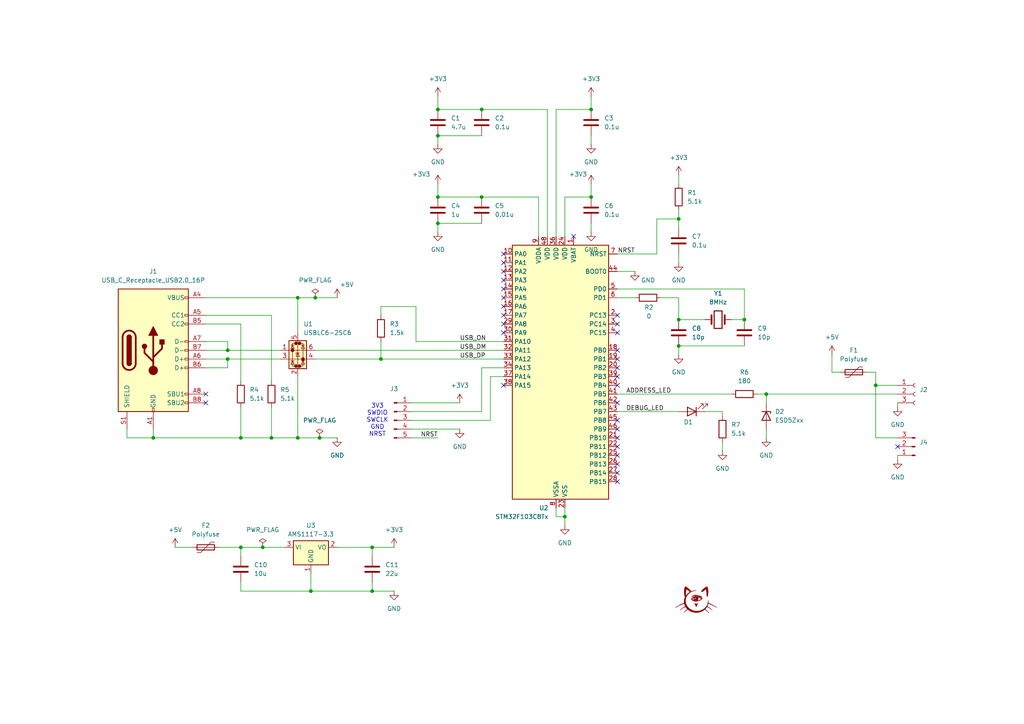
<source format=kicad_sch>
(kicad_sch (version 20231120) (generator "eeschema") (generator_version "8.0")
  (paper "A4")
  (title_block (title "Garland controller") (date "2025-02-09") (rev "0.1") (company "Yuri Volkov"))
  (lib_symbols
    (symbol "Connector:Conn_01x03_Pin" (pin_names (offset 1.016) hide)
      (property "Reference" "J" (at 0 5.08 0))
      (property "Value" "Conn_01x03_Pin" (at 0 -5.08 0))
      (symbol "Conn_01x03_Pin_1_1"
        (pin passive line (at 5.08 2.54 180) (length 3.81) (name "Pin_1") (number "1"))
        (pin passive line (at 5.08 0 180) (length 3.81) (name "Pin_2") (number "2"))
        (pin passive line (at 5.08 -2.54 180) (length 3.81) (name "Pin_3") (number "3"))
      )
    )
    (symbol "Connector:Conn_01x03_Socket" (pin_names (offset 1.016) hide)
      (property "Reference" "J" (at 0 5.08 0))
      (property "Value" "Conn_01x03_Socket" (at 0 -5.08 0))
      (symbol "Conn_01x03_Socket_1_1"
        (pin passive line (at -5.08 2.54 0) (length 3.81) (name "Pin_1") (number "1"))
        (pin passive line (at -5.08 0 0) (length 3.81) (name "Pin_2") (number "2"))
        (pin passive line (at -5.08 -2.54 0) (length 3.81) (name "Pin_3") (number "3"))
      )
    )
    (symbol "Connector:Conn_01x05_Pin" (pin_names (offset 1.016) hide)
      (property "Reference" "J" (at 0 7.62 0))
      (property "Value" "Conn_01x05_Pin" (at 0 -7.62 0))
      (symbol "Conn_01x05_Pin_1_1"
        (pin passive line (at 5.08 5.08 180) (length 3.81) (name "Pin_1") (number "1"))
        (pin passive line (at 5.08 2.54 180) (length 3.81) (name "Pin_2") (number "2"))
        (pin passive line (at 5.08 0 180) (length 3.81) (name "Pin_3") (number "3"))
        (pin passive line (at 5.08 -2.54 180) (length 3.81) (name "Pin_4") (number "4"))
        (pin passive line (at 5.08 -5.08 180) (length 3.81) (name "Pin_5") (number "5"))
      )
    )
    (symbol "Connector:USB_C_Receptacle_USB2.0_16P" (pin_names (offset 1.016))
      (property "Reference" "J" (at 0 22.225 0))
      (property "Value" "USB_C_Receptacle_USB2.0_16P" (at 0 19.685 0))
      (symbol "USB_C_Receptacle_USB2.0_16P_1_1"
        (pin passive line (at 0 -22.86 90) (length 5.08) (name "GND") (number "A1"))
        (pin passive line (at 0 -22.86 90) (length 5.08) hide (name "GND") (number "A12"))
        (pin passive line (at 15.24 15.24 180) (length 5.08) (name "VBUS") (number "A4"))
        (pin bidirectional line (at 15.24 10.16 180) (length 5.08) (name "CC1") (number "A5"))
        (pin bidirectional line (at 15.24 -2.54 180) (length 5.08) (name "D+") (number "A6"))
        (pin bidirectional line (at 15.24 2.54 180) (length 5.08) (name "D-") (number "A7"))
        (pin bidirectional line (at 15.24 -12.7 180) (length 5.08) (name "SBU1") (number "A8"))
        (pin passive line (at 15.24 15.24 180) (length 5.08) hide (name "VBUS") (number "A9"))
        (pin passive line (at 0 -22.86 90) (length 5.08) hide (name "GND") (number "B1"))
        (pin passive line (at 0 -22.86 90) (length 5.08) hide (name "GND") (number "B12"))
        (pin passive line (at 15.24 15.24 180) (length 5.08) hide (name "VBUS") (number "B4"))
        (pin bidirectional line (at 15.24 7.62 180) (length 5.08) (name "CC2") (number "B5"))
        (pin bidirectional line (at 15.24 -5.08 180) (length 5.08) (name "D+") (number "B6"))
        (pin bidirectional line (at 15.24 0 180) (length 5.08) (name "D-") (number "B7"))
        (pin bidirectional line (at 15.24 -15.24 180) (length 5.08) (name "SBU2") (number "B8"))
        (pin passive line (at 15.24 15.24 180) (length 5.08) hide (name "VBUS") (number "B9"))
        (pin passive line (at -7.62 -22.86 90) (length 5.08) (name "SHIELD") (number "S1"))
      )
    )
    (symbol "Device:C" (pin_numbers hide) (pin_names (offset 0.254))
      (property "Reference" "C" (at 0.635 2.54 0))
      (property "Value" "C" (at 0.635 -2.54 0))
      (symbol "C_1_1"
        (pin passive line (at 0 3.81 270) (length 2.794) (name "~") (number "1"))
        (pin passive line (at 0 -3.81 90) (length 2.794) (name "~") (number "2"))
      )
    )
    (symbol "Device:Crystal" (pin_numbers hide) (pin_names (offset 1.016) hide)
      (property "Reference" "Y" (at 0 3.81 0))
      (property "Value" "Crystal" (at 0 -3.81 0))
      (symbol "Crystal_1_1"
        (pin passive line (at -3.81 0 0) (length 1.27) (name "1") (number "1"))
        (pin passive line (at 3.81 0 180) (length 1.27) (name "2") (number "2"))
      )
    )
    (symbol "Device:LED" (pin_numbers hide) (pin_names (offset 1.016) hide)
      (property "Reference" "D" (at 0 2.54 0))
      (property "Value" "LED" (at 0 -2.54 0))
      (symbol "LED_1_1"
        (pin passive line (at -3.81 0 0) (length 2.54) (name "K") (number "1"))
        (pin passive line (at 3.81 0 180) (length 2.54) (name "A") (number "2"))
      )
    )
    (symbol "Device:Polyfuse" (pin_numbers hide) (pin_names (offset 0))
      (property "Reference" "F" (at -2.54 0 90))
      (property "Value" "Polyfuse" (at 2.54 0 90))
      (symbol "Polyfuse_1_1"
        (pin passive line (at 0 3.81 270) (length 1.27) (name "~") (number "1"))
        (pin passive line (at 0 -3.81 90) (length 1.27) (name "~") (number "2"))
      )
    )
    (symbol "Device:R" (pin_numbers hide) (pin_names (offset 0))
      (property "Reference" "R" (at 2.032 0 90))
      (property "Value" "R" (at 0 0 90))
      (symbol "R_1_1"
        (pin passive line (at 0 3.81 270) (length 1.27) (name "~") (number "1"))
        (pin passive line (at 0 -3.81 90) (length 1.27) (name "~") (number "2"))
      )
    )
    (symbol "Diode:ESD5Zxx" (pin_numbers hide) (pin_names hide)
      (property "Reference" "D" (at 0 2.54 0))
      (property "Value" "ESD5Zxx" (at 0 -2.54 0))
      (symbol "ESD5Zxx_1_1"
        (pin passive line (at -3.81 0 0) (length 2.54) (name "K") (number "1"))
        (pin passive line (at 3.81 0 180) (length 2.54) (name "A") (number "2"))
      )
    )
    (symbol "MCU_ST_STM32F1:STM32F103C8Tx"
      (property "Reference" "U" (at -12.7 39.37 0))
      (property "Value" "STM32F103C8Tx" (at 10.16 39.37 0))
      (symbol "STM32F103C8Tx_1_1"
        (pin power_in line (at -2.54 40.64 270) (length 2.54) (name "VBAT") (number "1"))
        (pin bidirectional line (at 17.78 35.56 180) (length 2.54) (name "PA0") (number "10"))
        (pin bidirectional line (at 17.78 33.02 180) (length 2.54) (name "PA1") (number "11"))
        (pin bidirectional line (at 17.78 30.48 180) (length 2.54) (name "PA2") (number "12"))
        (pin bidirectional line (at 17.78 27.94 180) (length 2.54) (name "PA3") (number "13"))
        (pin bidirectional line (at 17.78 25.4 180) (length 2.54) (name "PA4") (number "14"))
        (pin bidirectional line (at 17.78 22.86 180) (length 2.54) (name "PA5") (number "15"))
        (pin bidirectional line (at 17.78 20.32 180) (length 2.54) (name "PA6") (number "16"))
        (pin bidirectional line (at 17.78 17.78 180) (length 2.54) (name "PA7") (number "17"))
        (pin bidirectional line (at -15.24 7.62 0) (length 2.54) (name "PB0") (number "18"))
        (pin bidirectional line (at -15.24 5.08 0) (length 2.54) (name "PB1") (number "19"))
        (pin bidirectional line (at -15.24 17.78 0) (length 2.54) (name "PC13") (number "2"))
        (pin bidirectional line (at -15.24 2.54 0) (length 2.54) (name "PB2") (number "20"))
        (pin bidirectional line (at -15.24 -17.78 0) (length 2.54) (name "PB10") (number "21"))
        (pin bidirectional line (at -15.24 -20.32 0) (length 2.54) (name "PB11") (number "22"))
        (pin power_in line (at 0 -38.1 90) (length 2.54) (name "VSS") (number "23"))
        (pin power_in line (at 0 40.64 270) (length 2.54) (name "VDD") (number "24"))
        (pin bidirectional line (at -15.24 -22.86 0) (length 2.54) (name "PB12") (number "25"))
        (pin bidirectional line (at -15.24 -25.4 0) (length 2.54) (name "PB13") (number "26"))
        (pin bidirectional line (at -15.24 -27.94 0) (length 2.54) (name "PB14") (number "27"))
        (pin bidirectional line (at -15.24 -30.48 0) (length 2.54) (name "PB15") (number "28"))
        (pin bidirectional line (at 17.78 15.24 180) (length 2.54) (name "PA8") (number "29"))
        (pin bidirectional line (at -15.24 15.24 0) (length 2.54) (name "PC14") (number "3"))
        (pin bidirectional line (at 17.78 12.7 180) (length 2.54) (name "PA9") (number "30"))
        (pin bidirectional line (at 17.78 10.16 180) (length 2.54) (name "PA10") (number "31"))
        (pin bidirectional line (at 17.78 7.62 180) (length 2.54) (name "PA11") (number "32"))
        (pin bidirectional line (at 17.78 5.08 180) (length 2.54) (name "PA12") (number "33"))
        (pin bidirectional line (at 17.78 2.54 180) (length 2.54) (name "PA13") (number "34"))
        (pin passive line (at 0 -38.1 90) (length 2.54) hide (name "VSS") (number "35"))
        (pin power_in line (at 2.54 40.64 270) (length 2.54) (name "VDD") (number "36"))
        (pin bidirectional line (at 17.78 0 180) (length 2.54) (name "PA14") (number "37"))
        (pin bidirectional line (at 17.78 -2.54 180) (length 2.54) (name "PA15") (number "38"))
        (pin bidirectional line (at -15.24 0 0) (length 2.54) (name "PB3") (number "39"))
        (pin bidirectional line (at -15.24 12.7 0) (length 2.54) (name "PC15") (number "4"))
        (pin bidirectional line (at -15.24 -2.54 0) (length 2.54) (name "PB4") (number "40"))
        (pin bidirectional line (at -15.24 -5.08 0) (length 2.54) (name "PB5") (number "41"))
        (pin bidirectional line (at -15.24 -7.62 0) (length 2.54) (name "PB6") (number "42"))
        (pin bidirectional line (at -15.24 -10.16 0) (length 2.54) (name "PB7") (number "43"))
        (pin input line (at -15.24 30.48 0) (length 2.54) (name "BOOT0") (number "44"))
        (pin bidirectional line (at -15.24 -12.7 0) (length 2.54) (name "PB8") (number "45"))
        (pin bidirectional line (at -15.24 -15.24 0) (length 2.54) (name "PB9") (number "46"))
        (pin passive line (at 0 -38.1 90) (length 2.54) hide (name "VSS") (number "47"))
        (pin power_in line (at 5.08 40.64 270) (length 2.54) (name "VDD") (number "48"))
        (pin bidirectional line (at -15.24 25.4 0) (length 2.54) (name "PD0") (number "5"))
        (pin bidirectional line (at -15.24 22.86 0) (length 2.54) (name "PD1") (number "6"))
        (pin input line (at -15.24 35.56 0) (length 2.54) (name "NRST") (number "7"))
        (pin power_in line (at 2.54 -38.1 90) (length 2.54) (name "VSSA") (number "8"))
        (pin power_in line (at 7.62 40.64 270) (length 2.54) (name "VDDA") (number "9"))
      )
    )
    (symbol "Power_Protection:USBLC6-2SC6" (pin_names hide)
      (property "Reference" "U" (at 0.635 5.715 0))
      (property "Value" "USBLC6-2SC6" (at 0.635 3.81 0))
      (symbol "USBLC6-2SC6_1_1"
        (pin passive line (at -5.08 0 0) (length 2.54) (name "I/O1") (number "1"))
        (pin passive line (at 0 -7.62 90) (length 2.54) (name "GND") (number "2"))
        (pin passive line (at -5.08 -2.54 0) (length 2.54) (name "I/O2") (number "3"))
        (pin passive line (at 5.08 -2.54 180) (length 2.54) (name "I/O2") (number "4"))
        (pin passive line (at 0 5.08 270) (length 2.54) (name "VBUS") (number "5"))
        (pin passive line (at 5.08 0 180) (length 2.54) (name "I/O1") (number "6"))
      )
    )
    (symbol "Regulator_Linear:AMS1117-3.3"
      (property "Reference" "U" (at -3.81 3.175 0))
      (property "Value" "AMS1117-3.3" (at 0 3.175 0))
      (symbol "AMS1117-3.3_1_1"
        (pin power_in line (at 0 -7.62 90) (length 2.54) (name "GND") (number "1"))
        (pin power_out line (at 7.62 0 180) (length 2.54) (name "VO") (number "2"))
        (pin power_in line (at -7.62 0 0) (length 2.54) (name "VI") (number "3"))
      )
    )
    (symbol "power:+3V3" (power) (pin_numbers hide) (pin_names (offset 0) hide)
      (property "Value" "+3V3" (at 0 3.556 0))
      (symbol "+3V3_1_1"
        (pin power_in line (at 0 0 90) (length 0) (name "~") (number "1"))
      )
    )
    (symbol "power:+5V" (power) (pin_numbers hide) (pin_names (offset 0) hide)
      (property "Value" "+5V" (at 0 3.556 0))
      (symbol "+5V_1_1"
        (pin power_in line (at 0 0 90) (length 0) (name "~") (number "1"))
      )
    )
    (symbol "power:GND" (power) (pin_numbers hide) (pin_names (offset 0) hide)
      (property "Value" "GND" (at 0 -3.81 0))
      (symbol "GND_1_1"
        (pin power_in line (at 0 0 270) (length 0) (name "~") (number "1"))
      )
    )
    (symbol "power:PWR_FLAG" (power) (pin_numbers hide) (pin_names (offset 0) hide)
      (property "Value" "PWR_FLAG" (at 0 3.81 0))
      (symbol "PWR_FLAG_0_0"
        (pin power_out line (at 0 0 90) (length 0) (name "~") (number "1"))
      )
    )
    (symbol "project:stamp" (pin_names (offset 1.016)))
  )
  (junction (at 66.04 104.14))
  (junction (at 127 39.37))
  (junction (at 110.49 104.14))
  (junction (at 196.85 100.33))
  (junction (at 92.71 127))
  (junction (at 107.95 158.75))
  (junction (at 86.36 127))
  (junction (at 90.17 171.45))
  (junction (at 171.45 57.15))
  (junction (at 215.9 92.71))
  (junction (at 127 57.15))
  (junction (at 196.85 63.5))
  (junction (at 254 111.76))
  (junction (at 44.45 127))
  (junction (at 139.7 57.15))
  (junction (at 222.25 114.3))
  (junction (at 127 31.75))
  (junction (at 163.83 149.86))
  (junction (at 127 64.77))
  (junction (at 171.45 31.75))
  (junction (at 69.85 158.75))
  (junction (at 86.36 86.36))
  (junction (at 66.04 101.6))
  (junction (at 139.7 31.75))
  (junction (at 76.2 158.75))
  (junction (at 107.95 171.45))
  (junction (at 196.85 92.71))
  (junction (at 78.74 127))
  (junction (at 69.85 127))
  (junction (at 91.44 86.36))
  (no_connect (at 179.07 116.84))
  (no_connect (at 179.07 137.16))
  (no_connect (at 179.07 127))
  (no_connect (at 179.07 124.46))
  (no_connect (at 146.05 86.36))
  (no_connect (at 146.05 83.82))
  (no_connect (at 146.05 78.74))
  (no_connect (at 179.07 109.22))
  (no_connect (at 260.35 129.54))
  (no_connect (at 146.05 73.66))
  (no_connect (at 146.05 76.2))
  (no_connect (at 59.69 114.3))
  (no_connect (at 59.69 116.84))
  (no_connect (at 179.07 132.08))
  (no_connect (at 179.07 91.44))
  (no_connect (at 179.07 129.54))
  (no_connect (at 179.07 106.68))
  (no_connect (at 179.07 101.6))
  (no_connect (at 179.07 121.92))
  (no_connect (at 146.05 81.28))
  (no_connect (at 179.07 139.7))
  (no_connect (at 146.05 88.9))
  (no_connect (at 146.05 111.76))
  (no_connect (at 146.05 91.44))
  (no_connect (at 179.07 104.14))
  (no_connect (at 179.07 93.98))
  (no_connect (at 146.05 96.52))
  (no_connect (at 179.07 96.52))
  (no_connect (at 179.07 111.76))
  (no_connect (at 179.07 134.62))
  (no_connect (at 166.37 68.58))
  (no_connect (at 146.05 93.98))
  (wire (pts (xy 190.5 63.5) (xy 196.85 63.5)))
  (wire (pts (xy 36.83 127) (xy 44.45 127)))
  (wire (pts (xy 171.45 27.94) (xy 171.45 31.75)))
  (wire (pts (xy 196.85 63.5) (xy 196.85 66.04)))
  (wire (pts (xy 59.69 101.6) (xy 66.04 101.6)))
  (wire (pts (xy 69.85 118.11) (xy 69.85 127)))
  (wire (pts (xy 209.55 128.27) (xy 209.55 130.81)))
  (wire (pts (xy 59.69 104.14) (xy 66.04 104.14)))
  (wire (pts (xy 209.55 119.38) (xy 209.55 120.65)))
  (wire (pts (xy 171.45 53.34) (xy 171.45 57.15)))
  (wire (pts (xy 179.07 114.3) (xy 212.09 114.3)))
  (wire (pts (xy 196.85 100.33) (xy 215.9 100.33)))
  (wire (pts (xy 196.85 100.33) (xy 196.85 102.87)))
  (wire (pts (xy 44.45 124.46) (xy 44.45 127)))
  (wire (pts (xy 119.38 119.38) (xy 139.7 119.38)))
  (wire (pts (xy 107.95 168.91) (xy 107.95 171.45)))
  (wire (pts (xy 86.36 86.36) (xy 91.44 86.36)))
  (wire (pts (xy 69.85 161.29) (xy 69.85 158.75)))
  (wire (pts (xy 69.85 171.45) (xy 90.17 171.45)))
  (wire (pts (xy 142.24 121.92) (xy 142.24 109.22)))
  (wire (pts (xy 161.29 149.86) (xy 163.83 149.86)))
  (wire (pts (xy 163.83 57.15) (xy 171.45 57.15)))
  (wire (pts (xy 69.85 127) (xy 78.74 127)))
  (wire (pts (xy 212.09 92.71) (xy 215.9 92.71)))
  (wire (pts (xy 97.79 86.36) (xy 91.44 86.36)))
  (wire (pts (xy 222.25 124.46) (xy 222.25 127)))
  (wire (pts (xy 97.79 158.75) (xy 107.95 158.75)))
  (wire (pts (xy 78.74 118.11) (xy 78.74 127)))
  (wire (pts (xy 86.36 127) (xy 92.71 127)))
  (wire (pts (xy 120.65 88.9) (xy 120.65 99.06)))
  (wire (pts (xy 161.29 68.58) (xy 161.29 31.75)))
  (wire (pts (xy 254 111.76) (xy 260.35 111.76)))
  (wire (pts (xy 161.29 147.32) (xy 161.29 149.86)))
  (wire (pts (xy 163.83 149.86) (xy 163.83 152.4)))
  (wire (pts (xy 179.07 119.38) (xy 196.85 119.38)))
  (wire (pts (xy 127 64.77) (xy 127 67.31)))
  (wire (pts (xy 190.5 73.66) (xy 190.5 63.5)))
  (wire (pts (xy 191.77 86.36) (xy 196.85 86.36)))
  (wire (pts (xy 66.04 101.6) (xy 81.28 101.6)))
  (wire (pts (xy 241.3 102.87) (xy 241.3 107.95)))
  (wire (pts (xy 90.17 171.45) (xy 107.95 171.45)))
  (wire (pts (xy 260.35 132.08) (xy 260.35 133.35)))
  (wire (pts (xy 139.7 106.68) (xy 146.05 106.68)))
  (wire (pts (xy 69.85 168.91) (xy 69.85 171.45)))
  (wire (pts (xy 110.49 99.06) (xy 110.49 104.14)))
  (wire (pts (xy 36.83 124.46) (xy 36.83 127)))
  (wire (pts (xy 179.07 83.82) (xy 215.9 83.82)))
  (wire (pts (xy 119.38 127) (xy 127 127)))
  (wire (pts (xy 163.83 147.32) (xy 163.83 149.86)))
  (wire (pts (xy 78.74 91.44) (xy 78.74 110.49)))
  (wire (pts (xy 50.8 158.75) (xy 55.88 158.75)))
  (wire (pts (xy 92.71 127) (xy 97.79 127)))
  (wire (pts (xy 219.71 114.3) (xy 222.25 114.3)))
  (wire (pts (xy 120.65 99.06) (xy 146.05 99.06)))
  (wire (pts (xy 69.85 93.98) (xy 69.85 110.49)))
  (wire (pts (xy 76.2 158.75) (xy 82.55 158.75)))
  (wire (pts (xy 215.9 83.82) (xy 215.9 92.71)))
  (wire (pts (xy 254 111.76) (xy 254 127)))
  (wire (pts (xy 196.85 50.8) (xy 196.85 53.34)))
  (wire (pts (xy 179.07 78.74) (xy 184.15 78.74)))
  (wire (pts (xy 119.38 116.84) (xy 133.35 116.84)))
  (wire (pts (xy 163.83 68.58) (xy 163.83 57.15)))
  (wire (pts (xy 127 39.37) (xy 139.7 39.37)))
  (wire (pts (xy 127 64.77) (xy 139.7 64.77)))
  (wire (pts (xy 66.04 104.14) (xy 81.28 104.14)))
  (wire (pts (xy 196.85 60.96) (xy 196.85 63.5)))
  (wire (pts (xy 179.07 86.36) (xy 184.15 86.36)))
  (wire (pts (xy 110.49 104.14) (xy 146.05 104.14)))
  (wire (pts (xy 158.75 68.58) (xy 158.75 31.75)))
  (wire (pts (xy 78.74 127) (xy 86.36 127)))
  (wire (pts (xy 196.85 86.36) (xy 196.85 92.71)))
  (wire (pts (xy 260.35 116.84) (xy 260.35 118.11)))
  (wire (pts (xy 179.07 73.66) (xy 190.5 73.66)))
  (wire (pts (xy 222.25 114.3) (xy 260.35 114.3)))
  (wire (pts (xy 59.69 86.36) (xy 86.36 86.36)))
  (wire (pts (xy 86.36 109.22) (xy 86.36 127)))
  (wire (pts (xy 66.04 106.68) (xy 66.04 104.14)))
  (wire (pts (xy 86.36 86.36) (xy 86.36 96.52)))
  (wire (pts (xy 142.24 109.22) (xy 146.05 109.22)))
  (wire (pts (xy 127 31.75) (xy 139.7 31.75)))
  (wire (pts (xy 119.38 121.92) (xy 142.24 121.92)))
  (wire (pts (xy 156.21 68.58) (xy 156.21 57.15)))
  (wire (pts (xy 107.95 158.75) (xy 114.3 158.75)))
  (wire (pts (xy 110.49 91.44) (xy 110.49 88.9)))
  (wire (pts (xy 171.45 64.77) (xy 171.45 67.31)))
  (wire (pts (xy 59.69 93.98) (xy 69.85 93.98)))
  (wire (pts (xy 127 57.15) (xy 139.7 57.15)))
  (wire (pts (xy 59.69 91.44) (xy 78.74 91.44)))
  (wire (pts (xy 66.04 99.06) (xy 66.04 101.6)))
  (wire (pts (xy 63.5 158.75) (xy 69.85 158.75)))
  (wire (pts (xy 196.85 92.71) (xy 204.47 92.71)))
  (wire (pts (xy 196.85 73.66) (xy 196.85 76.2)))
  (wire (pts (xy 241.3 107.95) (xy 243.84 107.95)))
  (wire (pts (xy 44.45 127) (xy 69.85 127)))
  (wire (pts (xy 127 53.34) (xy 127 57.15)))
  (wire (pts (xy 254 127) (xy 260.35 127)))
  (wire (pts (xy 91.44 104.14) (xy 110.49 104.14)))
  (wire (pts (xy 91.44 101.6) (xy 146.05 101.6)))
  (wire (pts (xy 156.21 57.15) (xy 139.7 57.15)))
  (wire (pts (xy 171.45 39.37) (xy 171.45 41.91)))
  (wire (pts (xy 119.38 124.46) (xy 133.35 124.46)))
  (wire (pts (xy 161.29 31.75) (xy 171.45 31.75)))
  (wire (pts (xy 127 27.94) (xy 127 31.75)))
  (wire (pts (xy 127 39.37) (xy 127 41.91)))
  (wire (pts (xy 254 107.95) (xy 254 111.76)))
  (wire (pts (xy 69.85 158.75) (xy 76.2 158.75)))
  (wire (pts (xy 107.95 171.45) (xy 114.3 171.45)))
  (wire (pts (xy 110.49 88.9) (xy 120.65 88.9)))
  (wire (pts (xy 59.69 99.06) (xy 66.04 99.06)))
  (wire (pts (xy 222.25 114.3) (xy 222.25 116.84)))
  (wire (pts (xy 139.7 119.38) (xy 139.7 106.68)))
  (wire (pts (xy 107.95 161.29) (xy 107.95 158.75)))
  (wire (pts (xy 251.46 107.95) (xy 254 107.95)))
  (wire (pts (xy 59.69 106.68) (xy 66.04 106.68)))
  (wire (pts (xy 90.17 166.37) (xy 90.17 171.45)))
  (wire (pts (xy 204.47 119.38) (xy 209.55 119.38)))
  (wire (pts (xy 158.75 31.75) (xy 139.7 31.75)))
  (text "3V3\nSWDIO\nSWCLK\nGND\nNRST" (at 109.474 121.92 0) (effects (font (size 1.27 1.27))))
  (label "USB_DP" (at 133.35 104.14 0))
  (label "USB_ON" (at 133.35 99.06 0))
  (label "DEBUG_LED" (at 181.61 119.38 0))
  (label "USB_DM" (at 133.35 101.6 0))
  (label "NRST" (at 127 127 180))
  (label "ADDRESS_LED" (at 181.61 114.3 0))
  (label "NRST" (at 184.15 73.66 180))
  (symbol (lib_id "Connector:Conn_01x03_Pin") (at 265.43 129.54 180) (unit 1)
    (property "Reference" "J4" (at 266.7 128.2699 0) (effects (justify right)))
    (property "Value" "Conn_01x03_Pin" (effects (hide yes)))
    (property "Description" "Generic connector, single row, 01x03, script generated" (effects (hide yes)))
  )
  (symbol (lib_id "power:GND") (at 209.55 130.81 0) (unit 1)
    (property "Reference" "#PWR020" (effects (hide yes)))
    (property "Value" "GND" (at 209.55 135.89 0))
    (property "Description" "Power symbol creates a global label with name \"GND\" , ground" (effects (hide yes)))
  )
  (symbol (lib_id "power:GND") (at 133.35 124.46 0) (unit 1)
    (property "Reference" "#PWR017" (effects (hide yes)))
    (property "Value" "GND" (at 133.35 129.54 0))
    (property "Description" "Power symbol creates a global label with name \"GND\" , ground" (effects (hide yes)))
  )
  (symbol (lib_id "power:+3V3") (at 171.45 27.94 0) (unit 1)
    (property "Reference" "#PWR02" (effects (hide yes)))
    (property "Value" "+3V3" (at 171.45 22.86 0))
    (property "Description" "Power symbol creates a global label with name \"+3V3\"" (effects (hide yes)))
  )
  (symbol (lib_id "Device:C") (at 196.85 69.85 0) (unit 1)
    (property "Reference" "C7" (at 200.66 68.5799 0) (effects (justify left)))
    (property "Value" "0.1u" (at 200.66 71.1199 0) (effects (justify left)))
    (property "Description" "Unpolarized capacitor" (effects (hide yes)))
  )
  (symbol (lib_id "Connector:Conn_01x03_Socket") (at 265.43 114.3 0) (unit 1)
    (property "Reference" "J2" (at 266.7 113.0299 0) (effects (justify left)))
    (property "Value" "Conn_01x03_Socket" (effects (hide yes)))
    (property "Description" "Generic connector, single row, 01x03, script generated" (effects (hide yes)))
  )
  (symbol (lib_id "Connector:Conn_01x05_Pin") (at 114.3 121.92 0) (unit 1)
    (property "Reference" "J3" (at 114.3 112.776 0))
    (property "Value" "Conn_01x05_Pin" (effects (hide yes)))
    (property "Description" "Generic connector, single row, 01x05, script generated" (effects (hide yes)))
  )
  (symbol (lib_id "power:PWR_FLAG") (at 91.44 86.36 0) (unit 1)
    (property "Reference" "#FLG02" (effects (hide yes)))
    (property "Value" "PWR_FLAG" (at 91.44 81.28 0))
    (property "Description" "Special symbol for telling ERC where power comes from" (effects (hide yes)))
  )
  (symbol (lib_id "power:GND") (at 196.85 102.87 0) (unit 1)
    (property "Reference" "#PWR013" (effects (hide yes)))
    (property "Value" "GND" (at 196.85 107.95 0))
    (property "Description" "Power symbol creates a global label with name \"GND\" , ground" (effects (hide yes)))
  )
  (symbol (lib_id "power:PWR_FLAG") (at 92.71 127 0) (unit 1)
    (property "Reference" "#FLG03" (effects (hide yes)))
    (property "Value" "PWR_FLAG" (at 92.71 121.92 0))
    (property "Description" "Special symbol for telling ERC where power comes from" (effects (hide yes)))
  )
  (symbol (lib_id "Device:C") (at 127 60.96 0) (unit 1)
    (property "Reference" "C4" (at 130.81 59.6899 0) (effects (justify left)))
    (property "Value" "1u" (at 130.81 62.2299 0) (effects (justify left)))
    (property "Description" "Unpolarized capacitor" (effects (hide yes)))
  )
  (symbol (lib_id "power:GND") (at 171.45 67.31 0) (unit 1)
    (property "Reference" "#PWR09" (effects (hide yes)))
    (property "Value" "GND" (at 171.45 72.39 0))
    (property "Description" "Power symbol creates a global label with name \"GND\" , ground" (effects (hide yes)))
  )
  (symbol (lib_id "Power_Protection:USBLC6-2SC6") (at 86.36 101.6 0) (unit 1)
    (property "Reference" "U1" (at 88.0111 93.98 0) (effects (justify left)))
    (property "Value" "USBLC6-2SC6" (at 88.0111 96.52 0) (effects (justify left)))
    (property "Footprint" "Package_TO_SOT_SMD:SOT-23-6" (effects (hide yes)))
    (property "Datasheet" "https://www.st.com/resource/en/datasheet/usblc6-2.pdf" (effects (hide yes)))
    (property "Description" "Very low capacitance ESD protection diode, 2 data-line, SOT-23-6" (effects (hide yes)))
  )
  (symbol (lib_id "Device:Crystal") (at 208.28 92.71 0) (unit 1)
    (property "Reference" "Y1" (at 208.28 85.09 0))
    (property "Value" "8MHz" (at 208.28 87.63 0))
    (property "Description" "Two pin crystal" (effects (hide yes)))
  )
  (symbol (lib_id "power:+5V") (at 241.3 102.87 0) (unit 1)
    (property "Reference" "#PWR014" (effects (hide yes)))
    (property "Value" "+5V" (at 241.3 97.79 0))
    (property "Description" "Power symbol creates a global label with name \"+5V\"" (effects (hide yes)))
  )
  (symbol (lib_id "power:GND") (at 127 41.91 0) (unit 1)
    (property "Reference" "#PWR03" (effects (hide yes)))
    (property "Value" "GND" (at 127 46.99 0))
    (property "Description" "Power symbol creates a global label with name \"GND\" , ground" (effects (hide yes)))
  )
  (symbol (lib_id "power:+3V3") (at 171.45 53.34 0) (unit 1)
    (property "Reference" "#PWR07" (effects (hide yes)))
    (property "Value" "+3V3" (at 167.64 50.546 0))
    (property "Description" "Power symbol creates a global label with name \"+3V3\"" (effects (hide yes)))
  )
  (symbol (lib_id "power:GND") (at 114.3 171.45 0) (unit 1)
    (property "Reference" "#PWR025" (effects (hide yes)))
    (property "Value" "GND" (at 114.3 176.53 0))
    (property "Description" "Power symbol creates a global label with name \"GND\" , ground" (effects (hide yes)))
  )
  (symbol (lib_id "power:GND") (at 171.45 41.91 0) (unit 1)
    (property "Reference" "#PWR04" (effects (hide yes)))
    (property "Value" "GND" (at 171.45 46.99 0))
    (property "Description" "Power symbol creates a global label with name \"GND\" , ground" (effects (hide yes)))
  )
  (symbol (lib_id "Device:C") (at 127 35.56 0) (unit 1)
    (property "Reference" "C1" (at 130.81 34.2899 0) (effects (justify left)))
    (property "Value" "4.7u" (at 130.81 36.8299 0) (effects (justify left)))
    (property "Description" "Unpolarized capacitor" (effects (hide yes)))
  )
  (symbol (lib_id "power:GND") (at 222.25 127 0) (unit 1)
    (property "Reference" "#PWR019" (effects (hide yes)))
    (property "Value" "GND" (at 222.25 132.08 0))
    (property "Description" "Power symbol creates a global label with name \"GND\" , ground" (effects (hide yes)))
  )
  (symbol (lib_id "Device:R") (at 215.9 114.3 90) (unit 1)
    (property "Reference" "R6" (at 215.9 107.95 90))
    (property "Value" "180" (at 215.9 110.49 90))
    (property "Description" "Resistor" (effects (hide yes)))
  )
  (symbol (lib_id "Device:C") (at 171.45 60.96 0) (unit 1)
    (property "Reference" "C6" (at 175.26 59.6899 0) (effects (justify left)))
    (property "Value" "0.1u" (at 175.26 62.2299 0) (effects (justify left)))
    (property "Description" "Unpolarized capacitor" (effects (hide yes)))
  )
  (symbol (lib_id "Device:C") (at 69.85 165.1 0) (unit 1)
    (property "Reference" "C10" (at 73.66 163.8299 0) (effects (justify left)))
    (property "Value" "10u" (at 73.66 166.3699 0) (effects (justify left)))
    (property "Description" "Unpolarized capacitor" (effects (hide yes)))
  )
  (symbol (lib_id "power:GND") (at 97.79 127 0) (unit 1)
    (property "Reference" "#PWR018" (effects (hide yes)))
    (property "Value" "GND" (at 97.79 132.08 0))
    (property "Description" "Power symbol creates a global label with name \"GND\" , ground" (effects (hide yes)))
  )
  (symbol (lib_id "power:GND") (at 260.35 133.35 0) (unit 1)
    (property "Reference" "#PWR021" (effects (hide yes)))
    (property "Value" "GND" (at 260.35 138.43 0))
    (property "Description" "Power symbol creates a global label with name \"GND\" , ground" (effects (hide yes)))
  )
  (symbol (lib_id "power:GND") (at 184.15 78.74 0) (unit 1)
    (property "Reference" "#PWR011" (effects (hide yes)))
    (property "Value" "GND" (at 187.96 81.28 0))
    (property "Description" "Power symbol creates a global label with name \"GND\" , ground" (effects (hide yes)))
  )
  (symbol (lib_id "Device:R") (at 69.85 114.3 0) (unit 1)
    (property "Reference" "R4" (at 72.39 113.0299 0) (effects (justify left)))
    (property "Value" "5.1k" (at 72.39 115.5699 0) (effects (justify left)))
    (property "Description" "Resistor" (effects (hide yes)))
  )
  (symbol (lib_id "Device:R") (at 110.49 95.25 0) (unit 1)
    (property "Reference" "R3" (at 113.03 93.9799 0) (effects (justify left)))
    (property "Value" "1.5k" (at 113.03 96.5199 0) (effects (justify left)))
    (property "Description" "Resistor" (effects (hide yes)))
  )
  (symbol (lib_id "Device:Polyfuse") (at 59.69 158.75 90) (unit 1)
    (property "Reference" "F2" (at 59.69 152.4 90))
    (property "Value" "Polyfuse" (at 59.69 154.94 90))
    (property "Description" "Resettable fuse, polymeric positive temperature coefficient" (effects (hide yes)))
  )
  (symbol (lib_id "Regulator_Linear:AMS1117-3.3") (at 90.17 158.75 0) (unit 1)
    (property "Reference" "U3" (at 90.17 152.4 0))
    (property "Value" "AMS1117-3.3" (at 90.17 154.94 0))
    (property "Footprint" "Package_TO_SOT_SMD:SOT-223-3_TabPin2" (effects (hide yes)))
    (property "Datasheet" "http://www.advanced-monolithic.com/pdf/ds1117.pdf" (effects (hide yes)))
    (property "Description" "1A Low Dropout regulator, positive, 3.3V fixed output, SOT-223" (effects (hide yes)))
  )
  (symbol (lib_id "Device:C") (at 171.45 35.56 0) (unit 1)
    (property "Reference" "C3" (at 175.26 34.2899 0) (effects (justify left)))
    (property "Value" "0.1u" (at 175.26 36.8299 0) (effects (justify left)))
    (property "Description" "Unpolarized capacitor" (effects (hide yes)))
  )
  (symbol (lib_id "power:+3V3") (at 127 27.94 0) (unit 1)
    (property "Reference" "#PWR01" (effects (hide yes)))
    (property "Value" "+3V3" (at 127 22.86 0))
    (property "Description" "Power symbol creates a global label with name \"+3V3\"" (effects (hide yes)))
  )
  (symbol (lib_id "MCU_ST_STM32F1:STM32F103C8Tx") (at 163.83 109.22 0) (mirror y) (unit 1)
    (property "Reference" "U2" (at 159.0959 147.32 0) (effects (justify left)))
    (property "Value" "STM32F103C8Tx" (at 159.0959 149.86 0) (effects (justify left)))
    (property "Footprint" "Package_QFP:LQFP-48_7x7mm_P0.5mm" (effects (hide yes)))
    (property "Datasheet" "https://www.st.com/resource/en/datasheet/stm32f103c8.pdf" (effects (hide yes)))
    (property "Description" "STMicroelectronics Arm Cortex-M3 MCU, 64KB flash, 20KB RAM, 72 MHz, 2.0-3.6V, 37 GPIO, LQFP48" (effects (hide yes)))
  )
  (symbol (lib_id "Device:C") (at 215.9 96.52 0) (unit 1)
    (property "Reference" "C9" (at 219.71 95.2499 0) (effects (justify left)))
    (property "Value" "10p" (at 219.71 97.7899 0) (effects (justify left)))
    (property "Description" "Unpolarized capacitor" (effects (hide yes)))
  )
  (symbol (lib_id "Device:Polyfuse") (at 247.65 107.95 90) (unit 1)
    (property "Reference" "F1" (at 247.65 101.6 90))
    (property "Value" "Polyfuse" (at 247.65 104.14 90))
    (property "Description" "Resettable fuse, polymeric positive temperature coefficient" (effects (hide yes)))
  )
  (symbol (lib_id "power:+5V") (at 97.79 86.36 0) (unit 1)
    (property "Reference" "#PWR012" (effects (hide yes)))
    (property "Value" "+5V" (at 100.584 82.55 0))
    (property "Description" "Power symbol creates a global label with name \"+5V\"" (effects (hide yes)))
  )
  (symbol (lib_id "Device:LED") (at 200.66 119.38 180) (unit 1)
    (property "Reference" "D1" (at 199.644 122.428 0))
    (property "Value" "LED" (effects (hide yes)))
    (property "Description" "Light emitting diode" (effects (hide yes)))
  )
  (symbol (lib_id "power:+3V3") (at 133.35 116.84 0) (unit 1)
    (property "Reference" "#PWR015" (effects (hide yes)))
    (property "Value" "+3V3" (at 133.35 111.76 0))
    (property "Description" "Power symbol creates a global label with name \"+3V3\"" (effects (hide yes)))
  )
  (symbol (lib_id "Diode:ESD5Zxx") (at 222.25 120.65 270) (unit 1)
    (property "Reference" "D2" (at 224.79 119.3799 90) (effects (justify left)))
    (property "Value" "ESD5Zxx" (at 224.79 121.9199 90) (effects (justify left)))
    (property "Footprint" "Diode_SMD:D_SOD-523" (effects (hide yes)))
    (property "Datasheet" "https://www.onsemi.com/pdf/datasheet/esd5z2.5t1-d.pdf" (effects (hide yes)))
    (property "Description" "ESD Protection Diode, SOD-523" (effects (hide yes)))
  )
  (symbol (lib_id "power:+5V") (at 50.8 158.75 0) (unit 1)
    (property "Reference" "#PWR023" (effects (hide yes)))
    (property "Value" "+5V" (at 50.8 153.67 0))
    (property "Description" "Power symbol creates a global label with name \"+5V\"" (effects (hide yes)))
  )
  (symbol (lib_id "Device:C") (at 139.7 35.56 0) (unit 1)
    (property "Reference" "C2" (at 143.51 34.2899 0) (effects (justify left)))
    (property "Value" "0.1u" (at 143.51 36.8299 0) (effects (justify left)))
    (property "Description" "Unpolarized capacitor" (effects (hide yes)))
  )
  (symbol (lib_id "power:+3V3") (at 127 53.34 0) (unit 1)
    (property "Reference" "#PWR06" (effects (hide yes)))
    (property "Value" "+3V3" (at 122.174 50.546 0))
    (property "Description" "Power symbol creates a global label with name \"+3V3\"" (effects (hide yes)))
  )
  (symbol (lib_id "power:GND") (at 260.35 118.11 0) (unit 1)
    (property "Reference" "#PWR016" (effects (hide yes)))
    (property "Value" "GND" (at 260.35 123.19 0))
    (property "Description" "Power symbol creates a global label with name \"GND\" , ground" (effects (hide yes)))
  )
  (symbol (lib_id "Device:C") (at 139.7 60.96 0) (unit 1)
    (property "Reference" "C5" (at 143.51 59.6899 0) (effects (justify left)))
    (property "Value" "0.01u" (at 143.51 62.2299 0) (effects (justify left)))
    (property "Description" "Unpolarized capacitor" (effects (hide yes)))
  )
  (symbol (lib_id "power:PWR_FLAG") (at 76.2 158.75 0) (unit 1)
    (property "Reference" "#FLG01" (effects (hide yes)))
    (property "Value" "PWR_FLAG" (at 76.2 153.67 0))
    (property "Description" "Special symbol for telling ERC where power comes from" (effects (hide yes)))
  )
  (symbol (lib_id "power:GND") (at 163.83 152.4 0) (unit 1)
    (property "Reference" "#PWR022" (effects (hide yes)))
    (property "Value" "GND" (at 163.83 157.48 0))
    (property "Description" "Power symbol creates a global label with name \"GND\" , ground" (effects (hide yes)))
  )
  (symbol (lib_id "Device:R") (at 78.74 114.3 0) (unit 1)
    (property "Reference" "R5" (at 81.28 113.0299 0) (effects (justify left)))
    (property "Value" "5.1k" (at 81.28 115.5699 0) (effects (justify left)))
    (property "Description" "Resistor" (effects (hide yes)))
  )
  (symbol (lib_id "power:GND") (at 127 67.31 0) (unit 1)
    (property "Reference" "#PWR08" (effects (hide yes)))
    (property "Value" "GND" (at 127 72.39 0))
    (property "Description" "Power symbol creates a global label with name \"GND\" , ground" (effects (hide yes)))
  )
  (symbol (lib_id "Device:R") (at 209.55 124.46 0) (unit 1)
    (property "Reference" "R7" (at 212.09 123.1899 0) (effects (justify left)))
    (property "Value" "5.1k" (at 212.09 125.7299 0) (effects (justify left)))
    (property "Description" "Resistor" (effects (hide yes)))
  )
  (symbol (lib_id "power:+3V3") (at 196.85 50.8 0) (unit 1)
    (property "Reference" "#PWR05" (effects (hide yes)))
    (property "Value" "+3V3" (at 196.85 45.72 0))
    (property "Description" "Power symbol creates a global label with name \"+3V3\"" (effects (hide yes)))
  )
  (symbol (lib_id "power:GND") (at 196.85 76.2 0) (unit 1)
    (property "Reference" "#PWR010" (effects (hide yes)))
    (property "Value" "GND" (at 196.85 81.28 0))
    (property "Description" "Power symbol creates a global label with name \"GND\" , ground" (effects (hide yes)))
  )
  (symbol (lib_id "project:stamp") (at 201.93 173.99 0) (unit 1)
    (property "Reference" "G1" (effects (hide yes)))
    (property "Value" "stamp" (effects (hide yes)))
    (property "Footprint" "project:stamp" (effects (hide yes)))
  )
  (symbol (lib_id "Device:C") (at 107.95 165.1 0) (unit 1)
    (property "Reference" "C11" (at 111.76 163.8299 0) (effects (justify left)))
    (property "Value" "22u" (at 111.76 166.3699 0) (effects (justify left)))
    (property "Description" "Unpolarized capacitor" (effects (hide yes)))
  )
  (symbol (lib_id "Device:R") (at 187.96 86.36 90) (unit 1)
    (property "Reference" "R2" (at 188.214 89.154 90))
    (property "Value" "0" (at 188.214 91.694 90))
    (property "Description" "Resistor" (effects (hide yes)))
  )
  (symbol (lib_id "Device:R") (at 196.85 57.15 0) (unit 1)
    (property "Reference" "R1" (at 199.39 55.8799 0) (effects (justify left)))
    (property "Value" "5.1k" (at 199.39 58.4199 0) (effects (justify left)))
    (property "Description" "Resistor" (effects (hide yes)))
  )
  (symbol (lib_id "Device:C") (at 196.85 96.52 0) (unit 1)
    (property "Reference" "C8" (at 200.66 95.2499 0) (effects (justify left)))
    (property "Value" "10p" (at 200.66 97.7899 0) (effects (justify left)))
    (property "Description" "Unpolarized capacitor" (effects (hide yes)))
  )
  (symbol (lib_id "power:+3V3") (at 114.3 158.75 0) (unit 1)
    (property "Reference" "#PWR024" (effects (hide yes)))
    (property "Value" "+3V3" (at 114.3 153.67 0))
    (property "Description" "Power symbol creates a global label with name \"+3V3\"" (effects (hide yes)))
  )
  (symbol (lib_id "Connector:USB_C_Receptacle_USB2.0_16P") (at 44.45 101.6 0) (unit 1)
    (property "Reference" "J1" (at 44.45 78.74 0))
    (property "Value" "USB_C_Receptacle_USB2.0_16P" (at 44.45 81.28 0))
    (property "Datasheet" "https://www.usb.org/sites/default/files/documents/usb_type-c.zip" (effects (hide yes)))
    (property "Description" "USB 2.0-only 16P Type-C Receptacle connector" (effects (hide yes)))
  )
)
</source>
